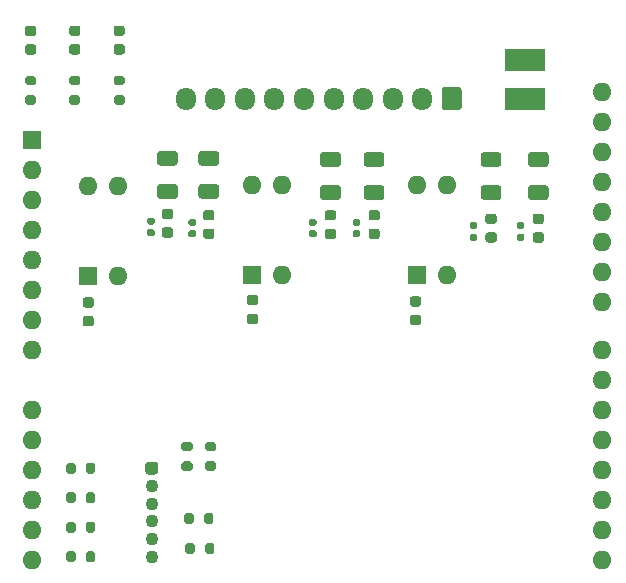
<source format=gbr>
G04 #@! TF.GenerationSoftware,KiCad,Pcbnew,(5.1.7)-1*
G04 #@! TF.CreationDate,2020-12-25T11:22:56+09:00*
G04 #@! TF.ProjectId,Ctrl_Arduino,4374726c-5f41-4726-9475-696e6f2e6b69,rev?*
G04 #@! TF.SameCoordinates,Original*
G04 #@! TF.FileFunction,Soldermask,Top*
G04 #@! TF.FilePolarity,Negative*
%FSLAX46Y46*%
G04 Gerber Fmt 4.6, Leading zero omitted, Abs format (unit mm)*
G04 Created by KiCad (PCBNEW (5.1.7)-1) date 2020-12-25 11:22:56*
%MOMM*%
%LPD*%
G01*
G04 APERTURE LIST*
%ADD10R,3.400000X1.900000*%
%ADD11C,1.100000*%
%ADD12O,1.700000X1.950000*%
%ADD13R,1.600000X1.600000*%
%ADD14O,1.600000X1.600000*%
G04 APERTURE END LIST*
G36*
G01*
X89275000Y-137825000D02*
X88725000Y-137825000D01*
G75*
G02*
X88525000Y-137625000I0J200000D01*
G01*
X88525000Y-137225000D01*
G75*
G02*
X88725000Y-137025000I200000J0D01*
G01*
X89275000Y-137025000D01*
G75*
G02*
X89475000Y-137225000I0J-200000D01*
G01*
X89475000Y-137625000D01*
G75*
G02*
X89275000Y-137825000I-200000J0D01*
G01*
G37*
G36*
G01*
X89275000Y-139475000D02*
X88725000Y-139475000D01*
G75*
G02*
X88525000Y-139275000I0J200000D01*
G01*
X88525000Y-138875000D01*
G75*
G02*
X88725000Y-138675000I200000J0D01*
G01*
X89275000Y-138675000D01*
G75*
G02*
X89475000Y-138875000I0J-200000D01*
G01*
X89475000Y-139275000D01*
G75*
G02*
X89275000Y-139475000I-200000J0D01*
G01*
G37*
G36*
G01*
X82975000Y-107675000D02*
X83525000Y-107675000D01*
G75*
G02*
X83725000Y-107875000I0J-200000D01*
G01*
X83725000Y-108275000D01*
G75*
G02*
X83525000Y-108475000I-200000J0D01*
G01*
X82975000Y-108475000D01*
G75*
G02*
X82775000Y-108275000I0J200000D01*
G01*
X82775000Y-107875000D01*
G75*
G02*
X82975000Y-107675000I200000J0D01*
G01*
G37*
G36*
G01*
X82975000Y-106025000D02*
X83525000Y-106025000D01*
G75*
G02*
X83725000Y-106225000I0J-200000D01*
G01*
X83725000Y-106625000D01*
G75*
G02*
X83525000Y-106825000I-200000J0D01*
G01*
X82975000Y-106825000D01*
G75*
G02*
X82775000Y-106625000I0J200000D01*
G01*
X82775000Y-106225000D01*
G75*
G02*
X82975000Y-106025000I200000J0D01*
G01*
G37*
G36*
G01*
X91275000Y-137825000D02*
X90725000Y-137825000D01*
G75*
G02*
X90525000Y-137625000I0J200000D01*
G01*
X90525000Y-137225000D01*
G75*
G02*
X90725000Y-137025000I200000J0D01*
G01*
X91275000Y-137025000D01*
G75*
G02*
X91475000Y-137225000I0J-200000D01*
G01*
X91475000Y-137625000D01*
G75*
G02*
X91275000Y-137825000I-200000J0D01*
G01*
G37*
G36*
G01*
X91275000Y-139475000D02*
X90725000Y-139475000D01*
G75*
G02*
X90525000Y-139275000I0J200000D01*
G01*
X90525000Y-138875000D01*
G75*
G02*
X90725000Y-138675000I200000J0D01*
G01*
X91275000Y-138675000D01*
G75*
G02*
X91475000Y-138875000I0J-200000D01*
G01*
X91475000Y-139275000D01*
G75*
G02*
X91275000Y-139475000I-200000J0D01*
G01*
G37*
G36*
G01*
X79225000Y-107675000D02*
X79775000Y-107675000D01*
G75*
G02*
X79975000Y-107875000I0J-200000D01*
G01*
X79975000Y-108275000D01*
G75*
G02*
X79775000Y-108475000I-200000J0D01*
G01*
X79225000Y-108475000D01*
G75*
G02*
X79025000Y-108275000I0J200000D01*
G01*
X79025000Y-107875000D01*
G75*
G02*
X79225000Y-107675000I200000J0D01*
G01*
G37*
G36*
G01*
X79225000Y-106025000D02*
X79775000Y-106025000D01*
G75*
G02*
X79975000Y-106225000I0J-200000D01*
G01*
X79975000Y-106625000D01*
G75*
G02*
X79775000Y-106825000I-200000J0D01*
G01*
X79225000Y-106825000D01*
G75*
G02*
X79025000Y-106625000I0J200000D01*
G01*
X79025000Y-106225000D01*
G75*
G02*
X79225000Y-106025000I200000J0D01*
G01*
G37*
G36*
G01*
X75475000Y-107675000D02*
X76025000Y-107675000D01*
G75*
G02*
X76225000Y-107875000I0J-200000D01*
G01*
X76225000Y-108275000D01*
G75*
G02*
X76025000Y-108475000I-200000J0D01*
G01*
X75475000Y-108475000D01*
G75*
G02*
X75275000Y-108275000I0J200000D01*
G01*
X75275000Y-107875000D01*
G75*
G02*
X75475000Y-107675000I200000J0D01*
G01*
G37*
G36*
G01*
X75475000Y-106025000D02*
X76025000Y-106025000D01*
G75*
G02*
X76225000Y-106225000I0J-200000D01*
G01*
X76225000Y-106625000D01*
G75*
G02*
X76025000Y-106825000I-200000J0D01*
G01*
X75475000Y-106825000D01*
G75*
G02*
X75275000Y-106625000I0J200000D01*
G01*
X75275000Y-106225000D01*
G75*
G02*
X75475000Y-106025000I200000J0D01*
G01*
G37*
G36*
G01*
X90510000Y-146320000D02*
X90510000Y-145770000D01*
G75*
G02*
X90710000Y-145570000I200000J0D01*
G01*
X91110000Y-145570000D01*
G75*
G02*
X91310000Y-145770000I0J-200000D01*
G01*
X91310000Y-146320000D01*
G75*
G02*
X91110000Y-146520000I-200000J0D01*
G01*
X90710000Y-146520000D01*
G75*
G02*
X90510000Y-146320000I0J200000D01*
G01*
G37*
G36*
G01*
X88860000Y-146320000D02*
X88860000Y-145770000D01*
G75*
G02*
X89060000Y-145570000I200000J0D01*
G01*
X89460000Y-145570000D01*
G75*
G02*
X89660000Y-145770000I0J-200000D01*
G01*
X89660000Y-146320000D01*
G75*
G02*
X89460000Y-146520000I-200000J0D01*
G01*
X89060000Y-146520000D01*
G75*
G02*
X88860000Y-146320000I0J200000D01*
G01*
G37*
G36*
G01*
X90425000Y-143775000D02*
X90425000Y-143225000D01*
G75*
G02*
X90625000Y-143025000I200000J0D01*
G01*
X91025000Y-143025000D01*
G75*
G02*
X91225000Y-143225000I0J-200000D01*
G01*
X91225000Y-143775000D01*
G75*
G02*
X91025000Y-143975000I-200000J0D01*
G01*
X90625000Y-143975000D01*
G75*
G02*
X90425000Y-143775000I0J200000D01*
G01*
G37*
G36*
G01*
X88775000Y-143775000D02*
X88775000Y-143225000D01*
G75*
G02*
X88975000Y-143025000I200000J0D01*
G01*
X89375000Y-143025000D01*
G75*
G02*
X89575000Y-143225000I0J-200000D01*
G01*
X89575000Y-143775000D01*
G75*
G02*
X89375000Y-143975000I-200000J0D01*
G01*
X88975000Y-143975000D01*
G75*
G02*
X88775000Y-143775000I0J200000D01*
G01*
G37*
G36*
G01*
X79575000Y-146475000D02*
X79575000Y-147025000D01*
G75*
G02*
X79375000Y-147225000I-200000J0D01*
G01*
X78975000Y-147225000D01*
G75*
G02*
X78775000Y-147025000I0J200000D01*
G01*
X78775000Y-146475000D01*
G75*
G02*
X78975000Y-146275000I200000J0D01*
G01*
X79375000Y-146275000D01*
G75*
G02*
X79575000Y-146475000I0J-200000D01*
G01*
G37*
G36*
G01*
X81225000Y-146475000D02*
X81225000Y-147025000D01*
G75*
G02*
X81025000Y-147225000I-200000J0D01*
G01*
X80625000Y-147225000D01*
G75*
G02*
X80425000Y-147025000I0J200000D01*
G01*
X80425000Y-146475000D01*
G75*
G02*
X80625000Y-146275000I200000J0D01*
G01*
X81025000Y-146275000D01*
G75*
G02*
X81225000Y-146475000I0J-200000D01*
G01*
G37*
G36*
G01*
X79575000Y-143975000D02*
X79575000Y-144525000D01*
G75*
G02*
X79375000Y-144725000I-200000J0D01*
G01*
X78975000Y-144725000D01*
G75*
G02*
X78775000Y-144525000I0J200000D01*
G01*
X78775000Y-143975000D01*
G75*
G02*
X78975000Y-143775000I200000J0D01*
G01*
X79375000Y-143775000D01*
G75*
G02*
X79575000Y-143975000I0J-200000D01*
G01*
G37*
G36*
G01*
X81225000Y-143975000D02*
X81225000Y-144525000D01*
G75*
G02*
X81025000Y-144725000I-200000J0D01*
G01*
X80625000Y-144725000D01*
G75*
G02*
X80425000Y-144525000I0J200000D01*
G01*
X80425000Y-143975000D01*
G75*
G02*
X80625000Y-143775000I200000J0D01*
G01*
X81025000Y-143775000D01*
G75*
G02*
X81225000Y-143975000I0J-200000D01*
G01*
G37*
G36*
G01*
X79575000Y-141475000D02*
X79575000Y-142025000D01*
G75*
G02*
X79375000Y-142225000I-200000J0D01*
G01*
X78975000Y-142225000D01*
G75*
G02*
X78775000Y-142025000I0J200000D01*
G01*
X78775000Y-141475000D01*
G75*
G02*
X78975000Y-141275000I200000J0D01*
G01*
X79375000Y-141275000D01*
G75*
G02*
X79575000Y-141475000I0J-200000D01*
G01*
G37*
G36*
G01*
X81225000Y-141475000D02*
X81225000Y-142025000D01*
G75*
G02*
X81025000Y-142225000I-200000J0D01*
G01*
X80625000Y-142225000D01*
G75*
G02*
X80425000Y-142025000I0J200000D01*
G01*
X80425000Y-141475000D01*
G75*
G02*
X80625000Y-141275000I200000J0D01*
G01*
X81025000Y-141275000D01*
G75*
G02*
X81225000Y-141475000I0J-200000D01*
G01*
G37*
G36*
G01*
X79575000Y-138975000D02*
X79575000Y-139525000D01*
G75*
G02*
X79375000Y-139725000I-200000J0D01*
G01*
X78975000Y-139725000D01*
G75*
G02*
X78775000Y-139525000I0J200000D01*
G01*
X78775000Y-138975000D01*
G75*
G02*
X78975000Y-138775000I200000J0D01*
G01*
X79375000Y-138775000D01*
G75*
G02*
X79575000Y-138975000I0J-200000D01*
G01*
G37*
G36*
G01*
X81225000Y-138975000D02*
X81225000Y-139525000D01*
G75*
G02*
X81025000Y-139725000I-200000J0D01*
G01*
X80625000Y-139725000D01*
G75*
G02*
X80425000Y-139525000I0J200000D01*
G01*
X80425000Y-138975000D01*
G75*
G02*
X80625000Y-138775000I200000J0D01*
G01*
X81025000Y-138775000D01*
G75*
G02*
X81225000Y-138975000I0J-200000D01*
G01*
G37*
D10*
X117600000Y-104650000D03*
X117600000Y-107950000D03*
D11*
X86000000Y-146750000D03*
X86000000Y-145250000D03*
X86000000Y-143750000D03*
G36*
G01*
X85725000Y-138700000D02*
X86275000Y-138700000D01*
G75*
G02*
X86550000Y-138975000I0J-275000D01*
G01*
X86550000Y-139525000D01*
G75*
G02*
X86275000Y-139800000I-275000J0D01*
G01*
X85725000Y-139800000D01*
G75*
G02*
X85450000Y-139525000I0J275000D01*
G01*
X85450000Y-138975000D01*
G75*
G02*
X85725000Y-138700000I275000J0D01*
G01*
G37*
X86000000Y-140750000D03*
X86000000Y-142250000D03*
D12*
X88900000Y-107950000D03*
X91400000Y-107950000D03*
X93900000Y-107950000D03*
X96400000Y-107950000D03*
X98900000Y-107950000D03*
X101400000Y-107950000D03*
X103900000Y-107950000D03*
X106400000Y-107950000D03*
X108900000Y-107950000D03*
G36*
G01*
X112250000Y-107225000D02*
X112250000Y-108675000D01*
G75*
G02*
X112000000Y-108925000I-250000J0D01*
G01*
X110800000Y-108925000D01*
G75*
G02*
X110550000Y-108675000I0J250000D01*
G01*
X110550000Y-107225000D01*
G75*
G02*
X110800000Y-106975000I250000J0D01*
G01*
X112000000Y-106975000D01*
G75*
G02*
X112250000Y-107225000I0J-250000D01*
G01*
G37*
G36*
G01*
X82993750Y-103350000D02*
X83506250Y-103350000D01*
G75*
G02*
X83725000Y-103568750I0J-218750D01*
G01*
X83725000Y-104006250D01*
G75*
G02*
X83506250Y-104225000I-218750J0D01*
G01*
X82993750Y-104225000D01*
G75*
G02*
X82775000Y-104006250I0J218750D01*
G01*
X82775000Y-103568750D01*
G75*
G02*
X82993750Y-103350000I218750J0D01*
G01*
G37*
G36*
G01*
X82993750Y-101775000D02*
X83506250Y-101775000D01*
G75*
G02*
X83725000Y-101993750I0J-218750D01*
G01*
X83725000Y-102431250D01*
G75*
G02*
X83506250Y-102650000I-218750J0D01*
G01*
X82993750Y-102650000D01*
G75*
G02*
X82775000Y-102431250I0J218750D01*
G01*
X82775000Y-101993750D01*
G75*
G02*
X82993750Y-101775000I218750J0D01*
G01*
G37*
G36*
G01*
X79243750Y-103350000D02*
X79756250Y-103350000D01*
G75*
G02*
X79975000Y-103568750I0J-218750D01*
G01*
X79975000Y-104006250D01*
G75*
G02*
X79756250Y-104225000I-218750J0D01*
G01*
X79243750Y-104225000D01*
G75*
G02*
X79025000Y-104006250I0J218750D01*
G01*
X79025000Y-103568750D01*
G75*
G02*
X79243750Y-103350000I218750J0D01*
G01*
G37*
G36*
G01*
X79243750Y-101775000D02*
X79756250Y-101775000D01*
G75*
G02*
X79975000Y-101993750I0J-218750D01*
G01*
X79975000Y-102431250D01*
G75*
G02*
X79756250Y-102650000I-218750J0D01*
G01*
X79243750Y-102650000D01*
G75*
G02*
X79025000Y-102431250I0J218750D01*
G01*
X79025000Y-101993750D01*
G75*
G02*
X79243750Y-101775000I218750J0D01*
G01*
G37*
G36*
G01*
X75493750Y-103350000D02*
X76006250Y-103350000D01*
G75*
G02*
X76225000Y-103568750I0J-218750D01*
G01*
X76225000Y-104006250D01*
G75*
G02*
X76006250Y-104225000I-218750J0D01*
G01*
X75493750Y-104225000D01*
G75*
G02*
X75275000Y-104006250I0J218750D01*
G01*
X75275000Y-103568750D01*
G75*
G02*
X75493750Y-103350000I218750J0D01*
G01*
G37*
G36*
G01*
X75493750Y-101775000D02*
X76006250Y-101775000D01*
G75*
G02*
X76225000Y-101993750I0J-218750D01*
G01*
X76225000Y-102431250D01*
G75*
G02*
X76006250Y-102650000I-218750J0D01*
G01*
X75493750Y-102650000D01*
G75*
G02*
X75275000Y-102431250I0J218750D01*
G01*
X75275000Y-101993750D01*
G75*
G02*
X75493750Y-101775000I218750J0D01*
G01*
G37*
D13*
X80640000Y-123010000D03*
D14*
X83180000Y-115390000D03*
X83180000Y-123010000D03*
X80640000Y-115390000D03*
G36*
G01*
X80896250Y-127235000D02*
X80383750Y-127235000D01*
G75*
G02*
X80165000Y-127016250I0J218750D01*
G01*
X80165000Y-126578750D01*
G75*
G02*
X80383750Y-126360000I218750J0D01*
G01*
X80896250Y-126360000D01*
G75*
G02*
X81115000Y-126578750I0J-218750D01*
G01*
X81115000Y-127016250D01*
G75*
G02*
X80896250Y-127235000I-218750J0D01*
G01*
G37*
G36*
G01*
X80896250Y-125660000D02*
X80383750Y-125660000D01*
G75*
G02*
X80165000Y-125441250I0J218750D01*
G01*
X80165000Y-125003750D01*
G75*
G02*
X80383750Y-124785000I218750J0D01*
G01*
X80896250Y-124785000D01*
G75*
G02*
X81115000Y-125003750I0J-218750D01*
G01*
X81115000Y-125441250D01*
G75*
G02*
X80896250Y-125660000I-218750J0D01*
G01*
G37*
G36*
G01*
X87596250Y-119735000D02*
X87083750Y-119735000D01*
G75*
G02*
X86865000Y-119516250I0J218750D01*
G01*
X86865000Y-119078750D01*
G75*
G02*
X87083750Y-118860000I218750J0D01*
G01*
X87596250Y-118860000D01*
G75*
G02*
X87815000Y-119078750I0J-218750D01*
G01*
X87815000Y-119516250D01*
G75*
G02*
X87596250Y-119735000I-218750J0D01*
G01*
G37*
G36*
G01*
X87596250Y-118160000D02*
X87083750Y-118160000D01*
G75*
G02*
X86865000Y-117941250I0J218750D01*
G01*
X86865000Y-117503750D01*
G75*
G02*
X87083750Y-117285000I218750J0D01*
G01*
X87596250Y-117285000D01*
G75*
G02*
X87815000Y-117503750I0J-218750D01*
G01*
X87815000Y-117941250D01*
G75*
G02*
X87596250Y-118160000I-218750J0D01*
G01*
G37*
G36*
G01*
X91096250Y-119835000D02*
X90583750Y-119835000D01*
G75*
G02*
X90365000Y-119616250I0J218750D01*
G01*
X90365000Y-119178750D01*
G75*
G02*
X90583750Y-118960000I218750J0D01*
G01*
X91096250Y-118960000D01*
G75*
G02*
X91315000Y-119178750I0J-218750D01*
G01*
X91315000Y-119616250D01*
G75*
G02*
X91096250Y-119835000I-218750J0D01*
G01*
G37*
G36*
G01*
X91096250Y-118260000D02*
X90583750Y-118260000D01*
G75*
G02*
X90365000Y-118041250I0J218750D01*
G01*
X90365000Y-117603750D01*
G75*
G02*
X90583750Y-117385000I218750J0D01*
G01*
X91096250Y-117385000D01*
G75*
G02*
X91315000Y-117603750I0J-218750D01*
G01*
X91315000Y-118041250D01*
G75*
G02*
X91096250Y-118260000I-218750J0D01*
G01*
G37*
G36*
G01*
X86715000Y-112385000D02*
X87965000Y-112385000D01*
G75*
G02*
X88215000Y-112635000I0J-250000D01*
G01*
X88215000Y-113385000D01*
G75*
G02*
X87965000Y-113635000I-250000J0D01*
G01*
X86715000Y-113635000D01*
G75*
G02*
X86465000Y-113385000I0J250000D01*
G01*
X86465000Y-112635000D01*
G75*
G02*
X86715000Y-112385000I250000J0D01*
G01*
G37*
G36*
G01*
X86715000Y-115185000D02*
X87965000Y-115185000D01*
G75*
G02*
X88215000Y-115435000I0J-250000D01*
G01*
X88215000Y-116185000D01*
G75*
G02*
X87965000Y-116435000I-250000J0D01*
G01*
X86715000Y-116435000D01*
G75*
G02*
X86465000Y-116185000I0J250000D01*
G01*
X86465000Y-115435000D01*
G75*
G02*
X86715000Y-115185000I250000J0D01*
G01*
G37*
G36*
G01*
X90215000Y-112385000D02*
X91465000Y-112385000D01*
G75*
G02*
X91715000Y-112635000I0J-250000D01*
G01*
X91715000Y-113385000D01*
G75*
G02*
X91465000Y-113635000I-250000J0D01*
G01*
X90215000Y-113635000D01*
G75*
G02*
X89965000Y-113385000I0J250000D01*
G01*
X89965000Y-112635000D01*
G75*
G02*
X90215000Y-112385000I250000J0D01*
G01*
G37*
G36*
G01*
X90215000Y-115185000D02*
X91465000Y-115185000D01*
G75*
G02*
X91715000Y-115435000I0J-250000D01*
G01*
X91715000Y-116185000D01*
G75*
G02*
X91465000Y-116435000I-250000J0D01*
G01*
X90215000Y-116435000D01*
G75*
G02*
X89965000Y-116185000I0J250000D01*
G01*
X89965000Y-115435000D01*
G75*
G02*
X90215000Y-115185000I250000J0D01*
G01*
G37*
G36*
G01*
X86112500Y-119590000D02*
X85767500Y-119590000D01*
G75*
G02*
X85620000Y-119442500I0J147500D01*
G01*
X85620000Y-119147500D01*
G75*
G02*
X85767500Y-119000000I147500J0D01*
G01*
X86112500Y-119000000D01*
G75*
G02*
X86260000Y-119147500I0J-147500D01*
G01*
X86260000Y-119442500D01*
G75*
G02*
X86112500Y-119590000I-147500J0D01*
G01*
G37*
G36*
G01*
X86112500Y-118620000D02*
X85767500Y-118620000D01*
G75*
G02*
X85620000Y-118472500I0J147500D01*
G01*
X85620000Y-118177500D01*
G75*
G02*
X85767500Y-118030000I147500J0D01*
G01*
X86112500Y-118030000D01*
G75*
G02*
X86260000Y-118177500I0J-147500D01*
G01*
X86260000Y-118472500D01*
G75*
G02*
X86112500Y-118620000I-147500J0D01*
G01*
G37*
G36*
G01*
X89612500Y-119690000D02*
X89267500Y-119690000D01*
G75*
G02*
X89120000Y-119542500I0J147500D01*
G01*
X89120000Y-119247500D01*
G75*
G02*
X89267500Y-119100000I147500J0D01*
G01*
X89612500Y-119100000D01*
G75*
G02*
X89760000Y-119247500I0J-147500D01*
G01*
X89760000Y-119542500D01*
G75*
G02*
X89612500Y-119690000I-147500J0D01*
G01*
G37*
G36*
G01*
X89612500Y-118720000D02*
X89267500Y-118720000D01*
G75*
G02*
X89120000Y-118572500I0J147500D01*
G01*
X89120000Y-118277500D01*
G75*
G02*
X89267500Y-118130000I147500J0D01*
G01*
X89612500Y-118130000D01*
G75*
G02*
X89760000Y-118277500I0J-147500D01*
G01*
X89760000Y-118572500D01*
G75*
G02*
X89612500Y-118720000I-147500J0D01*
G01*
G37*
X124130000Y-107370000D03*
X124130000Y-141910000D03*
X124130000Y-120070000D03*
X75870000Y-124130000D03*
X75870000Y-136830000D03*
X124130000Y-146990000D03*
X124130000Y-109910000D03*
X124130000Y-134290000D03*
X75870000Y-126670000D03*
X75870000Y-121590000D03*
X75870000Y-141910000D03*
X75870000Y-119050000D03*
X124130000Y-112450000D03*
X75870000Y-146990000D03*
X124130000Y-117530000D03*
X75870000Y-139370000D03*
X124130000Y-122610000D03*
X124130000Y-144450000D03*
X75870000Y-144450000D03*
X75870000Y-129210000D03*
X75870000Y-113970000D03*
X124130000Y-139370000D03*
X124130000Y-114990000D03*
X75870000Y-134290000D03*
X124130000Y-125150000D03*
X75870000Y-116510000D03*
X124130000Y-131750000D03*
X124130000Y-136830000D03*
X124130000Y-129210000D03*
D13*
X75870000Y-111430000D03*
G36*
G01*
X105096250Y-119847500D02*
X104583750Y-119847500D01*
G75*
G02*
X104365000Y-119628750I0J218750D01*
G01*
X104365000Y-119191250D01*
G75*
G02*
X104583750Y-118972500I218750J0D01*
G01*
X105096250Y-118972500D01*
G75*
G02*
X105315000Y-119191250I0J-218750D01*
G01*
X105315000Y-119628750D01*
G75*
G02*
X105096250Y-119847500I-218750J0D01*
G01*
G37*
G36*
G01*
X105096250Y-118272500D02*
X104583750Y-118272500D01*
G75*
G02*
X104365000Y-118053750I0J218750D01*
G01*
X104365000Y-117616250D01*
G75*
G02*
X104583750Y-117397500I218750J0D01*
G01*
X105096250Y-117397500D01*
G75*
G02*
X105315000Y-117616250I0J-218750D01*
G01*
X105315000Y-118053750D01*
G75*
G02*
X105096250Y-118272500I-218750J0D01*
G01*
G37*
G36*
G01*
X118996250Y-120147500D02*
X118483750Y-120147500D01*
G75*
G02*
X118265000Y-119928750I0J218750D01*
G01*
X118265000Y-119491250D01*
G75*
G02*
X118483750Y-119272500I218750J0D01*
G01*
X118996250Y-119272500D01*
G75*
G02*
X119215000Y-119491250I0J-218750D01*
G01*
X119215000Y-119928750D01*
G75*
G02*
X118996250Y-120147500I-218750J0D01*
G01*
G37*
G36*
G01*
X118996250Y-118572500D02*
X118483750Y-118572500D01*
G75*
G02*
X118265000Y-118353750I0J218750D01*
G01*
X118265000Y-117916250D01*
G75*
G02*
X118483750Y-117697500I218750J0D01*
G01*
X118996250Y-117697500D01*
G75*
G02*
X119215000Y-117916250I0J-218750D01*
G01*
X119215000Y-118353750D01*
G75*
G02*
X118996250Y-118572500I-218750J0D01*
G01*
G37*
G36*
G01*
X101396250Y-119847500D02*
X100883750Y-119847500D01*
G75*
G02*
X100665000Y-119628750I0J218750D01*
G01*
X100665000Y-119191250D01*
G75*
G02*
X100883750Y-118972500I218750J0D01*
G01*
X101396250Y-118972500D01*
G75*
G02*
X101615000Y-119191250I0J-218750D01*
G01*
X101615000Y-119628750D01*
G75*
G02*
X101396250Y-119847500I-218750J0D01*
G01*
G37*
G36*
G01*
X101396250Y-118272500D02*
X100883750Y-118272500D01*
G75*
G02*
X100665000Y-118053750I0J218750D01*
G01*
X100665000Y-117616250D01*
G75*
G02*
X100883750Y-117397500I218750J0D01*
G01*
X101396250Y-117397500D01*
G75*
G02*
X101615000Y-117616250I0J-218750D01*
G01*
X101615000Y-118053750D01*
G75*
G02*
X101396250Y-118272500I-218750J0D01*
G01*
G37*
G36*
G01*
X114996250Y-120147500D02*
X114483750Y-120147500D01*
G75*
G02*
X114265000Y-119928750I0J218750D01*
G01*
X114265000Y-119491250D01*
G75*
G02*
X114483750Y-119272500I218750J0D01*
G01*
X114996250Y-119272500D01*
G75*
G02*
X115215000Y-119491250I0J-218750D01*
G01*
X115215000Y-119928750D01*
G75*
G02*
X114996250Y-120147500I-218750J0D01*
G01*
G37*
G36*
G01*
X114996250Y-118572500D02*
X114483750Y-118572500D01*
G75*
G02*
X114265000Y-118353750I0J218750D01*
G01*
X114265000Y-117916250D01*
G75*
G02*
X114483750Y-117697500I218750J0D01*
G01*
X114996250Y-117697500D01*
G75*
G02*
X115215000Y-117916250I0J-218750D01*
G01*
X115215000Y-118353750D01*
G75*
G02*
X114996250Y-118572500I-218750J0D01*
G01*
G37*
G36*
G01*
X94796250Y-127035000D02*
X94283750Y-127035000D01*
G75*
G02*
X94065000Y-126816250I0J218750D01*
G01*
X94065000Y-126378750D01*
G75*
G02*
X94283750Y-126160000I218750J0D01*
G01*
X94796250Y-126160000D01*
G75*
G02*
X95015000Y-126378750I0J-218750D01*
G01*
X95015000Y-126816250D01*
G75*
G02*
X94796250Y-127035000I-218750J0D01*
G01*
G37*
G36*
G01*
X94796250Y-125460000D02*
X94283750Y-125460000D01*
G75*
G02*
X94065000Y-125241250I0J218750D01*
G01*
X94065000Y-124803750D01*
G75*
G02*
X94283750Y-124585000I218750J0D01*
G01*
X94796250Y-124585000D01*
G75*
G02*
X95015000Y-124803750I0J-218750D01*
G01*
X95015000Y-125241250D01*
G75*
G02*
X94796250Y-125460000I-218750J0D01*
G01*
G37*
G36*
G01*
X108596250Y-127135000D02*
X108083750Y-127135000D01*
G75*
G02*
X107865000Y-126916250I0J218750D01*
G01*
X107865000Y-126478750D01*
G75*
G02*
X108083750Y-126260000I218750J0D01*
G01*
X108596250Y-126260000D01*
G75*
G02*
X108815000Y-126478750I0J-218750D01*
G01*
X108815000Y-126916250D01*
G75*
G02*
X108596250Y-127135000I-218750J0D01*
G01*
G37*
G36*
G01*
X108596250Y-125560000D02*
X108083750Y-125560000D01*
G75*
G02*
X107865000Y-125341250I0J218750D01*
G01*
X107865000Y-124903750D01*
G75*
G02*
X108083750Y-124685000I218750J0D01*
G01*
X108596250Y-124685000D01*
G75*
G02*
X108815000Y-124903750I0J-218750D01*
G01*
X108815000Y-125341250D01*
G75*
G02*
X108596250Y-125560000I-218750J0D01*
G01*
G37*
X94540000Y-122910000D03*
D14*
X97080000Y-115290000D03*
X97080000Y-122910000D03*
X94540000Y-115290000D03*
D13*
X108440000Y-122910000D03*
D14*
X110980000Y-115290000D03*
X110980000Y-122910000D03*
X108440000Y-115290000D03*
G36*
G01*
X118115000Y-112485000D02*
X119365000Y-112485000D01*
G75*
G02*
X119615000Y-112735000I0J-250000D01*
G01*
X119615000Y-113485000D01*
G75*
G02*
X119365000Y-113735000I-250000J0D01*
G01*
X118115000Y-113735000D01*
G75*
G02*
X117865000Y-113485000I0J250000D01*
G01*
X117865000Y-112735000D01*
G75*
G02*
X118115000Y-112485000I250000J0D01*
G01*
G37*
G36*
G01*
X118115000Y-115285000D02*
X119365000Y-115285000D01*
G75*
G02*
X119615000Y-115535000I0J-250000D01*
G01*
X119615000Y-116285000D01*
G75*
G02*
X119365000Y-116535000I-250000J0D01*
G01*
X118115000Y-116535000D01*
G75*
G02*
X117865000Y-116285000I0J250000D01*
G01*
X117865000Y-115535000D01*
G75*
G02*
X118115000Y-115285000I250000J0D01*
G01*
G37*
G36*
G01*
X114115000Y-115285000D02*
X115365000Y-115285000D01*
G75*
G02*
X115615000Y-115535000I0J-250000D01*
G01*
X115615000Y-116285000D01*
G75*
G02*
X115365000Y-116535000I-250000J0D01*
G01*
X114115000Y-116535000D01*
G75*
G02*
X113865000Y-116285000I0J250000D01*
G01*
X113865000Y-115535000D01*
G75*
G02*
X114115000Y-115285000I250000J0D01*
G01*
G37*
G36*
G01*
X114115000Y-112485000D02*
X115365000Y-112485000D01*
G75*
G02*
X115615000Y-112735000I0J-250000D01*
G01*
X115615000Y-113485000D01*
G75*
G02*
X115365000Y-113735000I-250000J0D01*
G01*
X114115000Y-113735000D01*
G75*
G02*
X113865000Y-113485000I0J250000D01*
G01*
X113865000Y-112735000D01*
G75*
G02*
X114115000Y-112485000I250000J0D01*
G01*
G37*
G36*
G01*
X104215000Y-112485000D02*
X105465000Y-112485000D01*
G75*
G02*
X105715000Y-112735000I0J-250000D01*
G01*
X105715000Y-113485000D01*
G75*
G02*
X105465000Y-113735000I-250000J0D01*
G01*
X104215000Y-113735000D01*
G75*
G02*
X103965000Y-113485000I0J250000D01*
G01*
X103965000Y-112735000D01*
G75*
G02*
X104215000Y-112485000I250000J0D01*
G01*
G37*
G36*
G01*
X104215000Y-115285000D02*
X105465000Y-115285000D01*
G75*
G02*
X105715000Y-115535000I0J-250000D01*
G01*
X105715000Y-116285000D01*
G75*
G02*
X105465000Y-116535000I-250000J0D01*
G01*
X104215000Y-116535000D01*
G75*
G02*
X103965000Y-116285000I0J250000D01*
G01*
X103965000Y-115535000D01*
G75*
G02*
X104215000Y-115285000I250000J0D01*
G01*
G37*
G36*
G01*
X100515000Y-112485000D02*
X101765000Y-112485000D01*
G75*
G02*
X102015000Y-112735000I0J-250000D01*
G01*
X102015000Y-113485000D01*
G75*
G02*
X101765000Y-113735000I-250000J0D01*
G01*
X100515000Y-113735000D01*
G75*
G02*
X100265000Y-113485000I0J250000D01*
G01*
X100265000Y-112735000D01*
G75*
G02*
X100515000Y-112485000I250000J0D01*
G01*
G37*
G36*
G01*
X100515000Y-115285000D02*
X101765000Y-115285000D01*
G75*
G02*
X102015000Y-115535000I0J-250000D01*
G01*
X102015000Y-116285000D01*
G75*
G02*
X101765000Y-116535000I-250000J0D01*
G01*
X100515000Y-116535000D01*
G75*
G02*
X100265000Y-116285000I0J250000D01*
G01*
X100265000Y-115535000D01*
G75*
G02*
X100515000Y-115285000I250000J0D01*
G01*
G37*
G36*
G01*
X113412500Y-119990000D02*
X113067500Y-119990000D01*
G75*
G02*
X112920000Y-119842500I0J147500D01*
G01*
X112920000Y-119547500D01*
G75*
G02*
X113067500Y-119400000I147500J0D01*
G01*
X113412500Y-119400000D01*
G75*
G02*
X113560000Y-119547500I0J-147500D01*
G01*
X113560000Y-119842500D01*
G75*
G02*
X113412500Y-119990000I-147500J0D01*
G01*
G37*
G36*
G01*
X113412500Y-119020000D02*
X113067500Y-119020000D01*
G75*
G02*
X112920000Y-118872500I0J147500D01*
G01*
X112920000Y-118577500D01*
G75*
G02*
X113067500Y-118430000I147500J0D01*
G01*
X113412500Y-118430000D01*
G75*
G02*
X113560000Y-118577500I0J-147500D01*
G01*
X113560000Y-118872500D01*
G75*
G02*
X113412500Y-119020000I-147500J0D01*
G01*
G37*
G36*
G01*
X99812500Y-119690000D02*
X99467500Y-119690000D01*
G75*
G02*
X99320000Y-119542500I0J147500D01*
G01*
X99320000Y-119247500D01*
G75*
G02*
X99467500Y-119100000I147500J0D01*
G01*
X99812500Y-119100000D01*
G75*
G02*
X99960000Y-119247500I0J-147500D01*
G01*
X99960000Y-119542500D01*
G75*
G02*
X99812500Y-119690000I-147500J0D01*
G01*
G37*
G36*
G01*
X99812500Y-118720000D02*
X99467500Y-118720000D01*
G75*
G02*
X99320000Y-118572500I0J147500D01*
G01*
X99320000Y-118277500D01*
G75*
G02*
X99467500Y-118130000I147500J0D01*
G01*
X99812500Y-118130000D01*
G75*
G02*
X99960000Y-118277500I0J-147500D01*
G01*
X99960000Y-118572500D01*
G75*
G02*
X99812500Y-118720000I-147500J0D01*
G01*
G37*
G36*
G01*
X117412500Y-119975000D02*
X117067500Y-119975000D01*
G75*
G02*
X116920000Y-119827500I0J147500D01*
G01*
X116920000Y-119532500D01*
G75*
G02*
X117067500Y-119385000I147500J0D01*
G01*
X117412500Y-119385000D01*
G75*
G02*
X117560000Y-119532500I0J-147500D01*
G01*
X117560000Y-119827500D01*
G75*
G02*
X117412500Y-119975000I-147500J0D01*
G01*
G37*
G36*
G01*
X117412500Y-119005000D02*
X117067500Y-119005000D01*
G75*
G02*
X116920000Y-118857500I0J147500D01*
G01*
X116920000Y-118562500D01*
G75*
G02*
X117067500Y-118415000I147500J0D01*
G01*
X117412500Y-118415000D01*
G75*
G02*
X117560000Y-118562500I0J-147500D01*
G01*
X117560000Y-118857500D01*
G75*
G02*
X117412500Y-119005000I-147500J0D01*
G01*
G37*
G36*
G01*
X103512500Y-119705000D02*
X103167500Y-119705000D01*
G75*
G02*
X103020000Y-119557500I0J147500D01*
G01*
X103020000Y-119262500D01*
G75*
G02*
X103167500Y-119115000I147500J0D01*
G01*
X103512500Y-119115000D01*
G75*
G02*
X103660000Y-119262500I0J-147500D01*
G01*
X103660000Y-119557500D01*
G75*
G02*
X103512500Y-119705000I-147500J0D01*
G01*
G37*
G36*
G01*
X103512500Y-118735000D02*
X103167500Y-118735000D01*
G75*
G02*
X103020000Y-118587500I0J147500D01*
G01*
X103020000Y-118292500D01*
G75*
G02*
X103167500Y-118145000I147500J0D01*
G01*
X103512500Y-118145000D01*
G75*
G02*
X103660000Y-118292500I0J-147500D01*
G01*
X103660000Y-118587500D01*
G75*
G02*
X103512500Y-118735000I-147500J0D01*
G01*
G37*
M02*

</source>
